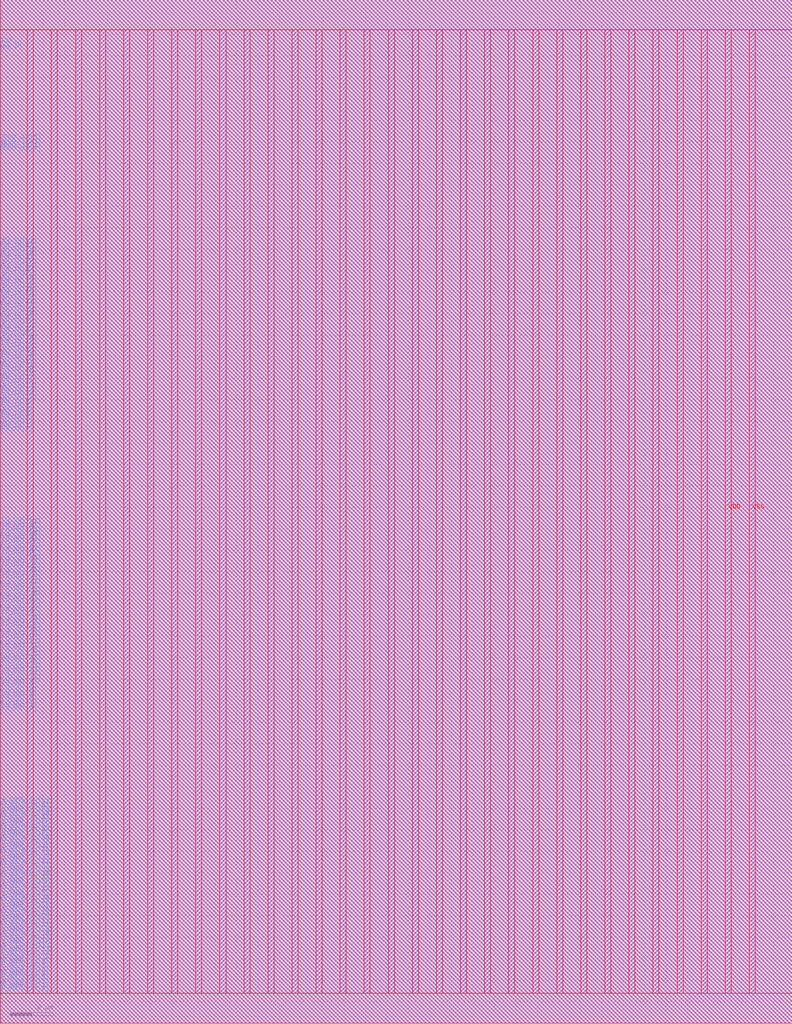
<source format=lef>
VERSION 5.7 ;
BUSBITCHARS "[]" ;
MACRO fakeram45_32x64
  FOREIGN fakeram45_32x64 0 0 ;
  SYMMETRY X Y R90 ;
  SIZE 36.860 BY 47.600 ;
  CLASS BLOCK ;
  PIN w_mask_in[0]
    DIRECTION INPUT ;
    USE SIGNAL ;
    SHAPE ABUTMENT ;
    PORT
      LAYER metal3 ;
      RECT 0.000 1.365 0.070 1.435 ;
    END
  END w_mask_in[0]
  PIN w_mask_in[1]
    DIRECTION INPUT ;
    USE SIGNAL ;
    SHAPE ABUTMENT ;
    PORT
      LAYER metal3 ;
      RECT 0.000 1.505 0.070 1.575 ;
    END
  END w_mask_in[1]
  PIN w_mask_in[2]
    DIRECTION INPUT ;
    USE SIGNAL ;
    SHAPE ABUTMENT ;
    PORT
      LAYER metal3 ;
      RECT 0.000 1.645 0.070 1.715 ;
    END
  END w_mask_in[2]
  PIN w_mask_in[3]
    DIRECTION INPUT ;
    USE SIGNAL ;
    SHAPE ABUTMENT ;
    PORT
      LAYER metal3 ;
      RECT 0.000 1.785 0.070 1.855 ;
    END
  END w_mask_in[3]
  PIN w_mask_in[4]
    DIRECTION INPUT ;
    USE SIGNAL ;
    SHAPE ABUTMENT ;
    PORT
      LAYER metal3 ;
      RECT 0.000 1.925 0.070 1.995 ;
    END
  END w_mask_in[4]
  PIN w_mask_in[5]
    DIRECTION INPUT ;
    USE SIGNAL ;
    SHAPE ABUTMENT ;
    PORT
      LAYER metal3 ;
      RECT 0.000 2.065 0.070 2.135 ;
    END
  END w_mask_in[5]
  PIN w_mask_in[6]
    DIRECTION INPUT ;
    USE SIGNAL ;
    SHAPE ABUTMENT ;
    PORT
      LAYER metal3 ;
      RECT 0.000 2.205 0.070 2.275 ;
    END
  END w_mask_in[6]
  PIN w_mask_in[7]
    DIRECTION INPUT ;
    USE SIGNAL ;
    SHAPE ABUTMENT ;
    PORT
      LAYER metal3 ;
      RECT 0.000 2.345 0.070 2.415 ;
    END
  END w_mask_in[7]
  PIN w_mask_in[8]
    DIRECTION INPUT ;
    USE SIGNAL ;
    SHAPE ABUTMENT ;
    PORT
      LAYER metal3 ;
      RECT 0.000 2.485 0.070 2.555 ;
    END
  END w_mask_in[8]
  PIN w_mask_in[9]
    DIRECTION INPUT ;
    USE SIGNAL ;
    SHAPE ABUTMENT ;
    PORT
      LAYER metal3 ;
      RECT 0.000 2.625 0.070 2.695 ;
    END
  END w_mask_in[9]
  PIN w_mask_in[10]
    DIRECTION INPUT ;
    USE SIGNAL ;
    SHAPE ABUTMENT ;
    PORT
      LAYER metal3 ;
      RECT 0.000 2.765 0.070 2.835 ;
    END
  END w_mask_in[10]
  PIN w_mask_in[11]
    DIRECTION INPUT ;
    USE SIGNAL ;
    SHAPE ABUTMENT ;
    PORT
      LAYER metal3 ;
      RECT 0.000 2.905 0.070 2.975 ;
    END
  END w_mask_in[11]
  PIN w_mask_in[12]
    DIRECTION INPUT ;
    USE SIGNAL ;
    SHAPE ABUTMENT ;
    PORT
      LAYER metal3 ;
      RECT 0.000 3.045 0.070 3.115 ;
    END
  END w_mask_in[12]
  PIN w_mask_in[13]
    DIRECTION INPUT ;
    USE SIGNAL ;
    SHAPE ABUTMENT ;
    PORT
      LAYER metal3 ;
      RECT 0.000 3.185 0.070 3.255 ;
    END
  END w_mask_in[13]
  PIN w_mask_in[14]
    DIRECTION INPUT ;
    USE SIGNAL ;
    SHAPE ABUTMENT ;
    PORT
      LAYER metal3 ;
      RECT 0.000 3.325 0.070 3.395 ;
    END
  END w_mask_in[14]
  PIN w_mask_in[15]
    DIRECTION INPUT ;
    USE SIGNAL ;
    SHAPE ABUTMENT ;
    PORT
      LAYER metal3 ;
      RECT 0.000 3.465 0.070 3.535 ;
    END
  END w_mask_in[15]
  PIN w_mask_in[16]
    DIRECTION INPUT ;
    USE SIGNAL ;
    SHAPE ABUTMENT ;
    PORT
      LAYER metal3 ;
      RECT 0.000 3.605 0.070 3.675 ;
    END
  END w_mask_in[16]
  PIN w_mask_in[17]
    DIRECTION INPUT ;
    USE SIGNAL ;
    SHAPE ABUTMENT ;
    PORT
      LAYER metal3 ;
      RECT 0.000 3.745 0.070 3.815 ;
    END
  END w_mask_in[17]
  PIN w_mask_in[18]
    DIRECTION INPUT ;
    USE SIGNAL ;
    SHAPE ABUTMENT ;
    PORT
      LAYER metal3 ;
      RECT 0.000 3.885 0.070 3.955 ;
    END
  END w_mask_in[18]
  PIN w_mask_in[19]
    DIRECTION INPUT ;
    USE SIGNAL ;
    SHAPE ABUTMENT ;
    PORT
      LAYER metal3 ;
      RECT 0.000 4.025 0.070 4.095 ;
    END
  END w_mask_in[19]
  PIN w_mask_in[20]
    DIRECTION INPUT ;
    USE SIGNAL ;
    SHAPE ABUTMENT ;
    PORT
      LAYER metal3 ;
      RECT 0.000 4.165 0.070 4.235 ;
    END
  END w_mask_in[20]
  PIN w_mask_in[21]
    DIRECTION INPUT ;
    USE SIGNAL ;
    SHAPE ABUTMENT ;
    PORT
      LAYER metal3 ;
      RECT 0.000 4.305 0.070 4.375 ;
    END
  END w_mask_in[21]
  PIN w_mask_in[22]
    DIRECTION INPUT ;
    USE SIGNAL ;
    SHAPE ABUTMENT ;
    PORT
      LAYER metal3 ;
      RECT 0.000 4.445 0.070 4.515 ;
    END
  END w_mask_in[22]
  PIN w_mask_in[23]
    DIRECTION INPUT ;
    USE SIGNAL ;
    SHAPE ABUTMENT ;
    PORT
      LAYER metal3 ;
      RECT 0.000 4.585 0.070 4.655 ;
    END
  END w_mask_in[23]
  PIN w_mask_in[24]
    DIRECTION INPUT ;
    USE SIGNAL ;
    SHAPE ABUTMENT ;
    PORT
      LAYER metal3 ;
      RECT 0.000 4.725 0.070 4.795 ;
    END
  END w_mask_in[24]
  PIN w_mask_in[25]
    DIRECTION INPUT ;
    USE SIGNAL ;
    SHAPE ABUTMENT ;
    PORT
      LAYER metal3 ;
      RECT 0.000 4.865 0.070 4.935 ;
    END
  END w_mask_in[25]
  PIN w_mask_in[26]
    DIRECTION INPUT ;
    USE SIGNAL ;
    SHAPE ABUTMENT ;
    PORT
      LAYER metal3 ;
      RECT 0.000 5.005 0.070 5.075 ;
    END
  END w_mask_in[26]
  PIN w_mask_in[27]
    DIRECTION INPUT ;
    USE SIGNAL ;
    SHAPE ABUTMENT ;
    PORT
      LAYER metal3 ;
      RECT 0.000 5.145 0.070 5.215 ;
    END
  END w_mask_in[27]
  PIN w_mask_in[28]
    DIRECTION INPUT ;
    USE SIGNAL ;
    SHAPE ABUTMENT ;
    PORT
      LAYER metal3 ;
      RECT 0.000 5.285 0.070 5.355 ;
    END
  END w_mask_in[28]
  PIN w_mask_in[29]
    DIRECTION INPUT ;
    USE SIGNAL ;
    SHAPE ABUTMENT ;
    PORT
      LAYER metal3 ;
      RECT 0.000 5.425 0.070 5.495 ;
    END
  END w_mask_in[29]
  PIN w_mask_in[30]
    DIRECTION INPUT ;
    USE SIGNAL ;
    SHAPE ABUTMENT ;
    PORT
      LAYER metal3 ;
      RECT 0.000 5.565 0.070 5.635 ;
    END
  END w_mask_in[30]
  PIN w_mask_in[31]
    DIRECTION INPUT ;
    USE SIGNAL ;
    SHAPE ABUTMENT ;
    PORT
      LAYER metal3 ;
      RECT 0.000 5.705 0.070 5.775 ;
    END
  END w_mask_in[31]
  PIN w_mask_in[32]
    DIRECTION INPUT ;
    USE SIGNAL ;
    SHAPE ABUTMENT ;
    PORT
      LAYER metal3 ;
      RECT 0.000 5.845 0.070 5.915 ;
    END
  END w_mask_in[32]
  PIN w_mask_in[33]
    DIRECTION INPUT ;
    USE SIGNAL ;
    SHAPE ABUTMENT ;
    PORT
      LAYER metal3 ;
      RECT 0.000 5.985 0.070 6.055 ;
    END
  END w_mask_in[33]
  PIN w_mask_in[34]
    DIRECTION INPUT ;
    USE SIGNAL ;
    SHAPE ABUTMENT ;
    PORT
      LAYER metal3 ;
      RECT 0.000 6.125 0.070 6.195 ;
    END
  END w_mask_in[34]
  PIN w_mask_in[35]
    DIRECTION INPUT ;
    USE SIGNAL ;
    SHAPE ABUTMENT ;
    PORT
      LAYER metal3 ;
      RECT 0.000 6.265 0.070 6.335 ;
    END
  END w_mask_in[35]
  PIN w_mask_in[36]
    DIRECTION INPUT ;
    USE SIGNAL ;
    SHAPE ABUTMENT ;
    PORT
      LAYER metal3 ;
      RECT 0.000 6.405 0.070 6.475 ;
    END
  END w_mask_in[36]
  PIN w_mask_in[37]
    DIRECTION INPUT ;
    USE SIGNAL ;
    SHAPE ABUTMENT ;
    PORT
      LAYER metal3 ;
      RECT 0.000 6.545 0.070 6.615 ;
    END
  END w_mask_in[37]
  PIN w_mask_in[38]
    DIRECTION INPUT ;
    USE SIGNAL ;
    SHAPE ABUTMENT ;
    PORT
      LAYER metal3 ;
      RECT 0.000 6.685 0.070 6.755 ;
    END
  END w_mask_in[38]
  PIN w_mask_in[39]
    DIRECTION INPUT ;
    USE SIGNAL ;
    SHAPE ABUTMENT ;
    PORT
      LAYER metal3 ;
      RECT 0.000 6.825 0.070 6.895 ;
    END
  END w_mask_in[39]
  PIN w_mask_in[40]
    DIRECTION INPUT ;
    USE SIGNAL ;
    SHAPE ABUTMENT ;
    PORT
      LAYER metal3 ;
      RECT 0.000 6.965 0.070 7.035 ;
    END
  END w_mask_in[40]
  PIN w_mask_in[41]
    DIRECTION INPUT ;
    USE SIGNAL ;
    SHAPE ABUTMENT ;
    PORT
      LAYER metal3 ;
      RECT 0.000 7.105 0.070 7.175 ;
    END
  END w_mask_in[41]
  PIN w_mask_in[42]
    DIRECTION INPUT ;
    USE SIGNAL ;
    SHAPE ABUTMENT ;
    PORT
      LAYER metal3 ;
      RECT 0.000 7.245 0.070 7.315 ;
    END
  END w_mask_in[42]
  PIN w_mask_in[43]
    DIRECTION INPUT ;
    USE SIGNAL ;
    SHAPE ABUTMENT ;
    PORT
      LAYER metal3 ;
      RECT 0.000 7.385 0.070 7.455 ;
    END
  END w_mask_in[43]
  PIN w_mask_in[44]
    DIRECTION INPUT ;
    USE SIGNAL ;
    SHAPE ABUTMENT ;
    PORT
      LAYER metal3 ;
      RECT 0.000 7.525 0.070 7.595 ;
    END
  END w_mask_in[44]
  PIN w_mask_in[45]
    DIRECTION INPUT ;
    USE SIGNAL ;
    SHAPE ABUTMENT ;
    PORT
      LAYER metal3 ;
      RECT 0.000 7.665 0.070 7.735 ;
    END
  END w_mask_in[45]
  PIN w_mask_in[46]
    DIRECTION INPUT ;
    USE SIGNAL ;
    SHAPE ABUTMENT ;
    PORT
      LAYER metal3 ;
      RECT 0.000 7.805 0.070 7.875 ;
    END
  END w_mask_in[46]
  PIN w_mask_in[47]
    DIRECTION INPUT ;
    USE SIGNAL ;
    SHAPE ABUTMENT ;
    PORT
      LAYER metal3 ;
      RECT 0.000 7.945 0.070 8.015 ;
    END
  END w_mask_in[47]
  PIN w_mask_in[48]
    DIRECTION INPUT ;
    USE SIGNAL ;
    SHAPE ABUTMENT ;
    PORT
      LAYER metal3 ;
      RECT 0.000 8.085 0.070 8.155 ;
    END
  END w_mask_in[48]
  PIN w_mask_in[49]
    DIRECTION INPUT ;
    USE SIGNAL ;
    SHAPE ABUTMENT ;
    PORT
      LAYER metal3 ;
      RECT 0.000 8.225 0.070 8.295 ;
    END
  END w_mask_in[49]
  PIN w_mask_in[50]
    DIRECTION INPUT ;
    USE SIGNAL ;
    SHAPE ABUTMENT ;
    PORT
      LAYER metal3 ;
      RECT 0.000 8.365 0.070 8.435 ;
    END
  END w_mask_in[50]
  PIN w_mask_in[51]
    DIRECTION INPUT ;
    USE SIGNAL ;
    SHAPE ABUTMENT ;
    PORT
      LAYER metal3 ;
      RECT 0.000 8.505 0.070 8.575 ;
    END
  END w_mask_in[51]
  PIN w_mask_in[52]
    DIRECTION INPUT ;
    USE SIGNAL ;
    SHAPE ABUTMENT ;
    PORT
      LAYER metal3 ;
      RECT 0.000 8.645 0.070 8.715 ;
    END
  END w_mask_in[52]
  PIN w_mask_in[53]
    DIRECTION INPUT ;
    USE SIGNAL ;
    SHAPE ABUTMENT ;
    PORT
      LAYER metal3 ;
      RECT 0.000 8.785 0.070 8.855 ;
    END
  END w_mask_in[53]
  PIN w_mask_in[54]
    DIRECTION INPUT ;
    USE SIGNAL ;
    SHAPE ABUTMENT ;
    PORT
      LAYER metal3 ;
      RECT 0.000 8.925 0.070 8.995 ;
    END
  END w_mask_in[54]
  PIN w_mask_in[55]
    DIRECTION INPUT ;
    USE SIGNAL ;
    SHAPE ABUTMENT ;
    PORT
      LAYER metal3 ;
      RECT 0.000 9.065 0.070 9.135 ;
    END
  END w_mask_in[55]
  PIN w_mask_in[56]
    DIRECTION INPUT ;
    USE SIGNAL ;
    SHAPE ABUTMENT ;
    PORT
      LAYER metal3 ;
      RECT 0.000 9.205 0.070 9.275 ;
    END
  END w_mask_in[56]
  PIN w_mask_in[57]
    DIRECTION INPUT ;
    USE SIGNAL ;
    SHAPE ABUTMENT ;
    PORT
      LAYER metal3 ;
      RECT 0.000 9.345 0.070 9.415 ;
    END
  END w_mask_in[57]
  PIN w_mask_in[58]
    DIRECTION INPUT ;
    USE SIGNAL ;
    SHAPE ABUTMENT ;
    PORT
      LAYER metal3 ;
      RECT 0.000 9.485 0.070 9.555 ;
    END
  END w_mask_in[58]
  PIN w_mask_in[59]
    DIRECTION INPUT ;
    USE SIGNAL ;
    SHAPE ABUTMENT ;
    PORT
      LAYER metal3 ;
      RECT 0.000 9.625 0.070 9.695 ;
    END
  END w_mask_in[59]
  PIN w_mask_in[60]
    DIRECTION INPUT ;
    USE SIGNAL ;
    SHAPE ABUTMENT ;
    PORT
      LAYER metal3 ;
      RECT 0.000 9.765 0.070 9.835 ;
    END
  END w_mask_in[60]
  PIN w_mask_in[61]
    DIRECTION INPUT ;
    USE SIGNAL ;
    SHAPE ABUTMENT ;
    PORT
      LAYER metal3 ;
      RECT 0.000 9.905 0.070 9.975 ;
    END
  END w_mask_in[61]
  PIN w_mask_in[62]
    DIRECTION INPUT ;
    USE SIGNAL ;
    SHAPE ABUTMENT ;
    PORT
      LAYER metal3 ;
      RECT 0.000 10.045 0.070 10.115 ;
    END
  END w_mask_in[62]
  PIN w_mask_in[63]
    DIRECTION INPUT ;
    USE SIGNAL ;
    SHAPE ABUTMENT ;
    PORT
      LAYER metal3 ;
      RECT 0.000 10.185 0.070 10.255 ;
    END
  END w_mask_in[63]
  PIN rd_out[0]
    DIRECTION OUTPUT ;
    USE SIGNAL ;
    SHAPE ABUTMENT ;
    PORT
      LAYER metal3 ;
      RECT 0.000 14.385 0.070 14.455 ;
    END
  END rd_out[0]
  PIN rd_out[1]
    DIRECTION OUTPUT ;
    USE SIGNAL ;
    SHAPE ABUTMENT ;
    PORT
      LAYER metal3 ;
      RECT 0.000 14.525 0.070 14.595 ;
    END
  END rd_out[1]
  PIN rd_out[2]
    DIRECTION OUTPUT ;
    USE SIGNAL ;
    SHAPE ABUTMENT ;
    PORT
      LAYER metal3 ;
      RECT 0.000 14.665 0.070 14.735 ;
    END
  END rd_out[2]
  PIN rd_out[3]
    DIRECTION OUTPUT ;
    USE SIGNAL ;
    SHAPE ABUTMENT ;
    PORT
      LAYER metal3 ;
      RECT 0.000 14.805 0.070 14.875 ;
    END
  END rd_out[3]
  PIN rd_out[4]
    DIRECTION OUTPUT ;
    USE SIGNAL ;
    SHAPE ABUTMENT ;
    PORT
      LAYER metal3 ;
      RECT 0.000 14.945 0.070 15.015 ;
    END
  END rd_out[4]
  PIN rd_out[5]
    DIRECTION OUTPUT ;
    USE SIGNAL ;
    SHAPE ABUTMENT ;
    PORT
      LAYER metal3 ;
      RECT 0.000 15.085 0.070 15.155 ;
    END
  END rd_out[5]
  PIN rd_out[6]
    DIRECTION OUTPUT ;
    USE SIGNAL ;
    SHAPE ABUTMENT ;
    PORT
      LAYER metal3 ;
      RECT 0.000 15.225 0.070 15.295 ;
    END
  END rd_out[6]
  PIN rd_out[7]
    DIRECTION OUTPUT ;
    USE SIGNAL ;
    SHAPE ABUTMENT ;
    PORT
      LAYER metal3 ;
      RECT 0.000 15.365 0.070 15.435 ;
    END
  END rd_out[7]
  PIN rd_out[8]
    DIRECTION OUTPUT ;
    USE SIGNAL ;
    SHAPE ABUTMENT ;
    PORT
      LAYER metal3 ;
      RECT 0.000 15.505 0.070 15.575 ;
    END
  END rd_out[8]
  PIN rd_out[9]
    DIRECTION OUTPUT ;
    USE SIGNAL ;
    SHAPE ABUTMENT ;
    PORT
      LAYER metal3 ;
      RECT 0.000 15.645 0.070 15.715 ;
    END
  END rd_out[9]
  PIN rd_out[10]
    DIRECTION OUTPUT ;
    USE SIGNAL ;
    SHAPE ABUTMENT ;
    PORT
      LAYER metal3 ;
      RECT 0.000 15.785 0.070 15.855 ;
    END
  END rd_out[10]
  PIN rd_out[11]
    DIRECTION OUTPUT ;
    USE SIGNAL ;
    SHAPE ABUTMENT ;
    PORT
      LAYER metal3 ;
      RECT 0.000 15.925 0.070 15.995 ;
    END
  END rd_out[11]
  PIN rd_out[12]
    DIRECTION OUTPUT ;
    USE SIGNAL ;
    SHAPE ABUTMENT ;
    PORT
      LAYER metal3 ;
      RECT 0.000 16.065 0.070 16.135 ;
    END
  END rd_out[12]
  PIN rd_out[13]
    DIRECTION OUTPUT ;
    USE SIGNAL ;
    SHAPE ABUTMENT ;
    PORT
      LAYER metal3 ;
      RECT 0.000 16.205 0.070 16.275 ;
    END
  END rd_out[13]
  PIN rd_out[14]
    DIRECTION OUTPUT ;
    USE SIGNAL ;
    SHAPE ABUTMENT ;
    PORT
      LAYER metal3 ;
      RECT 0.000 16.345 0.070 16.415 ;
    END
  END rd_out[14]
  PIN rd_out[15]
    DIRECTION OUTPUT ;
    USE SIGNAL ;
    SHAPE ABUTMENT ;
    PORT
      LAYER metal3 ;
      RECT 0.000 16.485 0.070 16.555 ;
    END
  END rd_out[15]
  PIN rd_out[16]
    DIRECTION OUTPUT ;
    USE SIGNAL ;
    SHAPE ABUTMENT ;
    PORT
      LAYER metal3 ;
      RECT 0.000 16.625 0.070 16.695 ;
    END
  END rd_out[16]
  PIN rd_out[17]
    DIRECTION OUTPUT ;
    USE SIGNAL ;
    SHAPE ABUTMENT ;
    PORT
      LAYER metal3 ;
      RECT 0.000 16.765 0.070 16.835 ;
    END
  END rd_out[17]
  PIN rd_out[18]
    DIRECTION OUTPUT ;
    USE SIGNAL ;
    SHAPE ABUTMENT ;
    PORT
      LAYER metal3 ;
      RECT 0.000 16.905 0.070 16.975 ;
    END
  END rd_out[18]
  PIN rd_out[19]
    DIRECTION OUTPUT ;
    USE SIGNAL ;
    SHAPE ABUTMENT ;
    PORT
      LAYER metal3 ;
      RECT 0.000 17.045 0.070 17.115 ;
    END
  END rd_out[19]
  PIN rd_out[20]
    DIRECTION OUTPUT ;
    USE SIGNAL ;
    SHAPE ABUTMENT ;
    PORT
      LAYER metal3 ;
      RECT 0.000 17.185 0.070 17.255 ;
    END
  END rd_out[20]
  PIN rd_out[21]
    DIRECTION OUTPUT ;
    USE SIGNAL ;
    SHAPE ABUTMENT ;
    PORT
      LAYER metal3 ;
      RECT 0.000 17.325 0.070 17.395 ;
    END
  END rd_out[21]
  PIN rd_out[22]
    DIRECTION OUTPUT ;
    USE SIGNAL ;
    SHAPE ABUTMENT ;
    PORT
      LAYER metal3 ;
      RECT 0.000 17.465 0.070 17.535 ;
    END
  END rd_out[22]
  PIN rd_out[23]
    DIRECTION OUTPUT ;
    USE SIGNAL ;
    SHAPE ABUTMENT ;
    PORT
      LAYER metal3 ;
      RECT 0.000 17.605 0.070 17.675 ;
    END
  END rd_out[23]
  PIN rd_out[24]
    DIRECTION OUTPUT ;
    USE SIGNAL ;
    SHAPE ABUTMENT ;
    PORT
      LAYER metal3 ;
      RECT 0.000 17.745 0.070 17.815 ;
    END
  END rd_out[24]
  PIN rd_out[25]
    DIRECTION OUTPUT ;
    USE SIGNAL ;
    SHAPE ABUTMENT ;
    PORT
      LAYER metal3 ;
      RECT 0.000 17.885 0.070 17.955 ;
    END
  END rd_out[25]
  PIN rd_out[26]
    DIRECTION OUTPUT ;
    USE SIGNAL ;
    SHAPE ABUTMENT ;
    PORT
      LAYER metal3 ;
      RECT 0.000 18.025 0.070 18.095 ;
    END
  END rd_out[26]
  PIN rd_out[27]
    DIRECTION OUTPUT ;
    USE SIGNAL ;
    SHAPE ABUTMENT ;
    PORT
      LAYER metal3 ;
      RECT 0.000 18.165 0.070 18.235 ;
    END
  END rd_out[27]
  PIN rd_out[28]
    DIRECTION OUTPUT ;
    USE SIGNAL ;
    SHAPE ABUTMENT ;
    PORT
      LAYER metal3 ;
      RECT 0.000 18.305 0.070 18.375 ;
    END
  END rd_out[28]
  PIN rd_out[29]
    DIRECTION OUTPUT ;
    USE SIGNAL ;
    SHAPE ABUTMENT ;
    PORT
      LAYER metal3 ;
      RECT 0.000 18.445 0.070 18.515 ;
    END
  END rd_out[29]
  PIN rd_out[30]
    DIRECTION OUTPUT ;
    USE SIGNAL ;
    SHAPE ABUTMENT ;
    PORT
      LAYER metal3 ;
      RECT 0.000 18.585 0.070 18.655 ;
    END
  END rd_out[30]
  PIN rd_out[31]
    DIRECTION OUTPUT ;
    USE SIGNAL ;
    SHAPE ABUTMENT ;
    PORT
      LAYER metal3 ;
      RECT 0.000 18.725 0.070 18.795 ;
    END
  END rd_out[31]
  PIN rd_out[32]
    DIRECTION OUTPUT ;
    USE SIGNAL ;
    SHAPE ABUTMENT ;
    PORT
      LAYER metal3 ;
      RECT 0.000 18.865 0.070 18.935 ;
    END
  END rd_out[32]
  PIN rd_out[33]
    DIRECTION OUTPUT ;
    USE SIGNAL ;
    SHAPE ABUTMENT ;
    PORT
      LAYER metal3 ;
      RECT 0.000 19.005 0.070 19.075 ;
    END
  END rd_out[33]
  PIN rd_out[34]
    DIRECTION OUTPUT ;
    USE SIGNAL ;
    SHAPE ABUTMENT ;
    PORT
      LAYER metal3 ;
      RECT 0.000 19.145 0.070 19.215 ;
    END
  END rd_out[34]
  PIN rd_out[35]
    DIRECTION OUTPUT ;
    USE SIGNAL ;
    SHAPE ABUTMENT ;
    PORT
      LAYER metal3 ;
      RECT 0.000 19.285 0.070 19.355 ;
    END
  END rd_out[35]
  PIN rd_out[36]
    DIRECTION OUTPUT ;
    USE SIGNAL ;
    SHAPE ABUTMENT ;
    PORT
      LAYER metal3 ;
      RECT 0.000 19.425 0.070 19.495 ;
    END
  END rd_out[36]
  PIN rd_out[37]
    DIRECTION OUTPUT ;
    USE SIGNAL ;
    SHAPE ABUTMENT ;
    PORT
      LAYER metal3 ;
      RECT 0.000 19.565 0.070 19.635 ;
    END
  END rd_out[37]
  PIN rd_out[38]
    DIRECTION OUTPUT ;
    USE SIGNAL ;
    SHAPE ABUTMENT ;
    PORT
      LAYER metal3 ;
      RECT 0.000 19.705 0.070 19.775 ;
    END
  END rd_out[38]
  PIN rd_out[39]
    DIRECTION OUTPUT ;
    USE SIGNAL ;
    SHAPE ABUTMENT ;
    PORT
      LAYER metal3 ;
      RECT 0.000 19.845 0.070 19.915 ;
    END
  END rd_out[39]
  PIN rd_out[40]
    DIRECTION OUTPUT ;
    USE SIGNAL ;
    SHAPE ABUTMENT ;
    PORT
      LAYER metal3 ;
      RECT 0.000 19.985 0.070 20.055 ;
    END
  END rd_out[40]
  PIN rd_out[41]
    DIRECTION OUTPUT ;
    USE SIGNAL ;
    SHAPE ABUTMENT ;
    PORT
      LAYER metal3 ;
      RECT 0.000 20.125 0.070 20.195 ;
    END
  END rd_out[41]
  PIN rd_out[42]
    DIRECTION OUTPUT ;
    USE SIGNAL ;
    SHAPE ABUTMENT ;
    PORT
      LAYER metal3 ;
      RECT 0.000 20.265 0.070 20.335 ;
    END
  END rd_out[42]
  PIN rd_out[43]
    DIRECTION OUTPUT ;
    USE SIGNAL ;
    SHAPE ABUTMENT ;
    PORT
      LAYER metal3 ;
      RECT 0.000 20.405 0.070 20.475 ;
    END
  END rd_out[43]
  PIN rd_out[44]
    DIRECTION OUTPUT ;
    USE SIGNAL ;
    SHAPE ABUTMENT ;
    PORT
      LAYER metal3 ;
      RECT 0.000 20.545 0.070 20.615 ;
    END
  END rd_out[44]
  PIN rd_out[45]
    DIRECTION OUTPUT ;
    USE SIGNAL ;
    SHAPE ABUTMENT ;
    PORT
      LAYER metal3 ;
      RECT 0.000 20.685 0.070 20.755 ;
    END
  END rd_out[45]
  PIN rd_out[46]
    DIRECTION OUTPUT ;
    USE SIGNAL ;
    SHAPE ABUTMENT ;
    PORT
      LAYER metal3 ;
      RECT 0.000 20.825 0.070 20.895 ;
    END
  END rd_out[46]
  PIN rd_out[47]
    DIRECTION OUTPUT ;
    USE SIGNAL ;
    SHAPE ABUTMENT ;
    PORT
      LAYER metal3 ;
      RECT 0.000 20.965 0.070 21.035 ;
    END
  END rd_out[47]
  PIN rd_out[48]
    DIRECTION OUTPUT ;
    USE SIGNAL ;
    SHAPE ABUTMENT ;
    PORT
      LAYER metal3 ;
      RECT 0.000 21.105 0.070 21.175 ;
    END
  END rd_out[48]
  PIN rd_out[49]
    DIRECTION OUTPUT ;
    USE SIGNAL ;
    SHAPE ABUTMENT ;
    PORT
      LAYER metal3 ;
      RECT 0.000 21.245 0.070 21.315 ;
    END
  END rd_out[49]
  PIN rd_out[50]
    DIRECTION OUTPUT ;
    USE SIGNAL ;
    SHAPE ABUTMENT ;
    PORT
      LAYER metal3 ;
      RECT 0.000 21.385 0.070 21.455 ;
    END
  END rd_out[50]
  PIN rd_out[51]
    DIRECTION OUTPUT ;
    USE SIGNAL ;
    SHAPE ABUTMENT ;
    PORT
      LAYER metal3 ;
      RECT 0.000 21.525 0.070 21.595 ;
    END
  END rd_out[51]
  PIN rd_out[52]
    DIRECTION OUTPUT ;
    USE SIGNAL ;
    SHAPE ABUTMENT ;
    PORT
      LAYER metal3 ;
      RECT 0.000 21.665 0.070 21.735 ;
    END
  END rd_out[52]
  PIN rd_out[53]
    DIRECTION OUTPUT ;
    USE SIGNAL ;
    SHAPE ABUTMENT ;
    PORT
      LAYER metal3 ;
      RECT 0.000 21.805 0.070 21.875 ;
    END
  END rd_out[53]
  PIN rd_out[54]
    DIRECTION OUTPUT ;
    USE SIGNAL ;
    SHAPE ABUTMENT ;
    PORT
      LAYER metal3 ;
      RECT 0.000 21.945 0.070 22.015 ;
    END
  END rd_out[54]
  PIN rd_out[55]
    DIRECTION OUTPUT ;
    USE SIGNAL ;
    SHAPE ABUTMENT ;
    PORT
      LAYER metal3 ;
      RECT 0.000 22.085 0.070 22.155 ;
    END
  END rd_out[55]
  PIN rd_out[56]
    DIRECTION OUTPUT ;
    USE SIGNAL ;
    SHAPE ABUTMENT ;
    PORT
      LAYER metal3 ;
      RECT 0.000 22.225 0.070 22.295 ;
    END
  END rd_out[56]
  PIN rd_out[57]
    DIRECTION OUTPUT ;
    USE SIGNAL ;
    SHAPE ABUTMENT ;
    PORT
      LAYER metal3 ;
      RECT 0.000 22.365 0.070 22.435 ;
    END
  END rd_out[57]
  PIN rd_out[58]
    DIRECTION OUTPUT ;
    USE SIGNAL ;
    SHAPE ABUTMENT ;
    PORT
      LAYER metal3 ;
      RECT 0.000 22.505 0.070 22.575 ;
    END
  END rd_out[58]
  PIN rd_out[59]
    DIRECTION OUTPUT ;
    USE SIGNAL ;
    SHAPE ABUTMENT ;
    PORT
      LAYER metal3 ;
      RECT 0.000 22.645 0.070 22.715 ;
    END
  END rd_out[59]
  PIN rd_out[60]
    DIRECTION OUTPUT ;
    USE SIGNAL ;
    SHAPE ABUTMENT ;
    PORT
      LAYER metal3 ;
      RECT 0.000 22.785 0.070 22.855 ;
    END
  END rd_out[60]
  PIN rd_out[61]
    DIRECTION OUTPUT ;
    USE SIGNAL ;
    SHAPE ABUTMENT ;
    PORT
      LAYER metal3 ;
      RECT 0.000 22.925 0.070 22.995 ;
    END
  END rd_out[61]
  PIN rd_out[62]
    DIRECTION OUTPUT ;
    USE SIGNAL ;
    SHAPE ABUTMENT ;
    PORT
      LAYER metal3 ;
      RECT 0.000 23.065 0.070 23.135 ;
    END
  END rd_out[62]
  PIN rd_out[63]
    DIRECTION OUTPUT ;
    USE SIGNAL ;
    SHAPE ABUTMENT ;
    PORT
      LAYER metal3 ;
      RECT 0.000 23.205 0.070 23.275 ;
    END
  END rd_out[63]
  PIN wd_in[0]
    DIRECTION INPUT ;
    USE SIGNAL ;
    SHAPE ABUTMENT ;
    PORT
      LAYER metal3 ;
      RECT 0.000 27.405 0.070 27.475 ;
    END
  END wd_in[0]
  PIN wd_in[1]
    DIRECTION INPUT ;
    USE SIGNAL ;
    SHAPE ABUTMENT ;
    PORT
      LAYER metal3 ;
      RECT 0.000 27.545 0.070 27.615 ;
    END
  END wd_in[1]
  PIN wd_in[2]
    DIRECTION INPUT ;
    USE SIGNAL ;
    SHAPE ABUTMENT ;
    PORT
      LAYER metal3 ;
      RECT 0.000 27.685 0.070 27.755 ;
    END
  END wd_in[2]
  PIN wd_in[3]
    DIRECTION INPUT ;
    USE SIGNAL ;
    SHAPE ABUTMENT ;
    PORT
      LAYER metal3 ;
      RECT 0.000 27.825 0.070 27.895 ;
    END
  END wd_in[3]
  PIN wd_in[4]
    DIRECTION INPUT ;
    USE SIGNAL ;
    SHAPE ABUTMENT ;
    PORT
      LAYER metal3 ;
      RECT 0.000 27.965 0.070 28.035 ;
    END
  END wd_in[4]
  PIN wd_in[5]
    DIRECTION INPUT ;
    USE SIGNAL ;
    SHAPE ABUTMENT ;
    PORT
      LAYER metal3 ;
      RECT 0.000 28.105 0.070 28.175 ;
    END
  END wd_in[5]
  PIN wd_in[6]
    DIRECTION INPUT ;
    USE SIGNAL ;
    SHAPE ABUTMENT ;
    PORT
      LAYER metal3 ;
      RECT 0.000 28.245 0.070 28.315 ;
    END
  END wd_in[6]
  PIN wd_in[7]
    DIRECTION INPUT ;
    USE SIGNAL ;
    SHAPE ABUTMENT ;
    PORT
      LAYER metal3 ;
      RECT 0.000 28.385 0.070 28.455 ;
    END
  END wd_in[7]
  PIN wd_in[8]
    DIRECTION INPUT ;
    USE SIGNAL ;
    SHAPE ABUTMENT ;
    PORT
      LAYER metal3 ;
      RECT 0.000 28.525 0.070 28.595 ;
    END
  END wd_in[8]
  PIN wd_in[9]
    DIRECTION INPUT ;
    USE SIGNAL ;
    SHAPE ABUTMENT ;
    PORT
      LAYER metal3 ;
      RECT 0.000 28.665 0.070 28.735 ;
    END
  END wd_in[9]
  PIN wd_in[10]
    DIRECTION INPUT ;
    USE SIGNAL ;
    SHAPE ABUTMENT ;
    PORT
      LAYER metal3 ;
      RECT 0.000 28.805 0.070 28.875 ;
    END
  END wd_in[10]
  PIN wd_in[11]
    DIRECTION INPUT ;
    USE SIGNAL ;
    SHAPE ABUTMENT ;
    PORT
      LAYER metal3 ;
      RECT 0.000 28.945 0.070 29.015 ;
    END
  END wd_in[11]
  PIN wd_in[12]
    DIRECTION INPUT ;
    USE SIGNAL ;
    SHAPE ABUTMENT ;
    PORT
      LAYER metal3 ;
      RECT 0.000 29.085 0.070 29.155 ;
    END
  END wd_in[12]
  PIN wd_in[13]
    DIRECTION INPUT ;
    USE SIGNAL ;
    SHAPE ABUTMENT ;
    PORT
      LAYER metal3 ;
      RECT 0.000 29.225 0.070 29.295 ;
    END
  END wd_in[13]
  PIN wd_in[14]
    DIRECTION INPUT ;
    USE SIGNAL ;
    SHAPE ABUTMENT ;
    PORT
      LAYER metal3 ;
      RECT 0.000 29.365 0.070 29.435 ;
    END
  END wd_in[14]
  PIN wd_in[15]
    DIRECTION INPUT ;
    USE SIGNAL ;
    SHAPE ABUTMENT ;
    PORT
      LAYER metal3 ;
      RECT 0.000 29.505 0.070 29.575 ;
    END
  END wd_in[15]
  PIN wd_in[16]
    DIRECTION INPUT ;
    USE SIGNAL ;
    SHAPE ABUTMENT ;
    PORT
      LAYER metal3 ;
      RECT 0.000 29.645 0.070 29.715 ;
    END
  END wd_in[16]
  PIN wd_in[17]
    DIRECTION INPUT ;
    USE SIGNAL ;
    SHAPE ABUTMENT ;
    PORT
      LAYER metal3 ;
      RECT 0.000 29.785 0.070 29.855 ;
    END
  END wd_in[17]
  PIN wd_in[18]
    DIRECTION INPUT ;
    USE SIGNAL ;
    SHAPE ABUTMENT ;
    PORT
      LAYER metal3 ;
      RECT 0.000 29.925 0.070 29.995 ;
    END
  END wd_in[18]
  PIN wd_in[19]
    DIRECTION INPUT ;
    USE SIGNAL ;
    SHAPE ABUTMENT ;
    PORT
      LAYER metal3 ;
      RECT 0.000 30.065 0.070 30.135 ;
    END
  END wd_in[19]
  PIN wd_in[20]
    DIRECTION INPUT ;
    USE SIGNAL ;
    SHAPE ABUTMENT ;
    PORT
      LAYER metal3 ;
      RECT 0.000 30.205 0.070 30.275 ;
    END
  END wd_in[20]
  PIN wd_in[21]
    DIRECTION INPUT ;
    USE SIGNAL ;
    SHAPE ABUTMENT ;
    PORT
      LAYER metal3 ;
      RECT 0.000 30.345 0.070 30.415 ;
    END
  END wd_in[21]
  PIN wd_in[22]
    DIRECTION INPUT ;
    USE SIGNAL ;
    SHAPE ABUTMENT ;
    PORT
      LAYER metal3 ;
      RECT 0.000 30.485 0.070 30.555 ;
    END
  END wd_in[22]
  PIN wd_in[23]
    DIRECTION INPUT ;
    USE SIGNAL ;
    SHAPE ABUTMENT ;
    PORT
      LAYER metal3 ;
      RECT 0.000 30.625 0.070 30.695 ;
    END
  END wd_in[23]
  PIN wd_in[24]
    DIRECTION INPUT ;
    USE SIGNAL ;
    SHAPE ABUTMENT ;
    PORT
      LAYER metal3 ;
      RECT 0.000 30.765 0.070 30.835 ;
    END
  END wd_in[24]
  PIN wd_in[25]
    DIRECTION INPUT ;
    USE SIGNAL ;
    SHAPE ABUTMENT ;
    PORT
      LAYER metal3 ;
      RECT 0.000 30.905 0.070 30.975 ;
    END
  END wd_in[25]
  PIN wd_in[26]
    DIRECTION INPUT ;
    USE SIGNAL ;
    SHAPE ABUTMENT ;
    PORT
      LAYER metal3 ;
      RECT 0.000 31.045 0.070 31.115 ;
    END
  END wd_in[26]
  PIN wd_in[27]
    DIRECTION INPUT ;
    USE SIGNAL ;
    SHAPE ABUTMENT ;
    PORT
      LAYER metal3 ;
      RECT 0.000 31.185 0.070 31.255 ;
    END
  END wd_in[27]
  PIN wd_in[28]
    DIRECTION INPUT ;
    USE SIGNAL ;
    SHAPE ABUTMENT ;
    PORT
      LAYER metal3 ;
      RECT 0.000 31.325 0.070 31.395 ;
    END
  END wd_in[28]
  PIN wd_in[29]
    DIRECTION INPUT ;
    USE SIGNAL ;
    SHAPE ABUTMENT ;
    PORT
      LAYER metal3 ;
      RECT 0.000 31.465 0.070 31.535 ;
    END
  END wd_in[29]
  PIN wd_in[30]
    DIRECTION INPUT ;
    USE SIGNAL ;
    SHAPE ABUTMENT ;
    PORT
      LAYER metal3 ;
      RECT 0.000 31.605 0.070 31.675 ;
    END
  END wd_in[30]
  PIN wd_in[31]
    DIRECTION INPUT ;
    USE SIGNAL ;
    SHAPE ABUTMENT ;
    PORT
      LAYER metal3 ;
      RECT 0.000 31.745 0.070 31.815 ;
    END
  END wd_in[31]
  PIN wd_in[32]
    DIRECTION INPUT ;
    USE SIGNAL ;
    SHAPE ABUTMENT ;
    PORT
      LAYER metal3 ;
      RECT 0.000 31.885 0.070 31.955 ;
    END
  END wd_in[32]
  PIN wd_in[33]
    DIRECTION INPUT ;
    USE SIGNAL ;
    SHAPE ABUTMENT ;
    PORT
      LAYER metal3 ;
      RECT 0.000 32.025 0.070 32.095 ;
    END
  END wd_in[33]
  PIN wd_in[34]
    DIRECTION INPUT ;
    USE SIGNAL ;
    SHAPE ABUTMENT ;
    PORT
      LAYER metal3 ;
      RECT 0.000 32.165 0.070 32.235 ;
    END
  END wd_in[34]
  PIN wd_in[35]
    DIRECTION INPUT ;
    USE SIGNAL ;
    SHAPE ABUTMENT ;
    PORT
      LAYER metal3 ;
      RECT 0.000 32.305 0.070 32.375 ;
    END
  END wd_in[35]
  PIN wd_in[36]
    DIRECTION INPUT ;
    USE SIGNAL ;
    SHAPE ABUTMENT ;
    PORT
      LAYER metal3 ;
      RECT 0.000 32.445 0.070 32.515 ;
    END
  END wd_in[36]
  PIN wd_in[37]
    DIRECTION INPUT ;
    USE SIGNAL ;
    SHAPE ABUTMENT ;
    PORT
      LAYER metal3 ;
      RECT 0.000 32.585 0.070 32.655 ;
    END
  END wd_in[37]
  PIN wd_in[38]
    DIRECTION INPUT ;
    USE SIGNAL ;
    SHAPE ABUTMENT ;
    PORT
      LAYER metal3 ;
      RECT 0.000 32.725 0.070 32.795 ;
    END
  END wd_in[38]
  PIN wd_in[39]
    DIRECTION INPUT ;
    USE SIGNAL ;
    SHAPE ABUTMENT ;
    PORT
      LAYER metal3 ;
      RECT 0.000 32.865 0.070 32.935 ;
    END
  END wd_in[39]
  PIN wd_in[40]
    DIRECTION INPUT ;
    USE SIGNAL ;
    SHAPE ABUTMENT ;
    PORT
      LAYER metal3 ;
      RECT 0.000 33.005 0.070 33.075 ;
    END
  END wd_in[40]
  PIN wd_in[41]
    DIRECTION INPUT ;
    USE SIGNAL ;
    SHAPE ABUTMENT ;
    PORT
      LAYER metal3 ;
      RECT 0.000 33.145 0.070 33.215 ;
    END
  END wd_in[41]
  PIN wd_in[42]
    DIRECTION INPUT ;
    USE SIGNAL ;
    SHAPE ABUTMENT ;
    PORT
      LAYER metal3 ;
      RECT 0.000 33.285 0.070 33.355 ;
    END
  END wd_in[42]
  PIN wd_in[43]
    DIRECTION INPUT ;
    USE SIGNAL ;
    SHAPE ABUTMENT ;
    PORT
      LAYER metal3 ;
      RECT 0.000 33.425 0.070 33.495 ;
    END
  END wd_in[43]
  PIN wd_in[44]
    DIRECTION INPUT ;
    USE SIGNAL ;
    SHAPE ABUTMENT ;
    PORT
      LAYER metal3 ;
      RECT 0.000 33.565 0.070 33.635 ;
    END
  END wd_in[44]
  PIN wd_in[45]
    DIRECTION INPUT ;
    USE SIGNAL ;
    SHAPE ABUTMENT ;
    PORT
      LAYER metal3 ;
      RECT 0.000 33.705 0.070 33.775 ;
    END
  END wd_in[45]
  PIN wd_in[46]
    DIRECTION INPUT ;
    USE SIGNAL ;
    SHAPE ABUTMENT ;
    PORT
      LAYER metal3 ;
      RECT 0.000 33.845 0.070 33.915 ;
    END
  END wd_in[46]
  PIN wd_in[47]
    DIRECTION INPUT ;
    USE SIGNAL ;
    SHAPE ABUTMENT ;
    PORT
      LAYER metal3 ;
      RECT 0.000 33.985 0.070 34.055 ;
    END
  END wd_in[47]
  PIN wd_in[48]
    DIRECTION INPUT ;
    USE SIGNAL ;
    SHAPE ABUTMENT ;
    PORT
      LAYER metal3 ;
      RECT 0.000 34.125 0.070 34.195 ;
    END
  END wd_in[48]
  PIN wd_in[49]
    DIRECTION INPUT ;
    USE SIGNAL ;
    SHAPE ABUTMENT ;
    PORT
      LAYER metal3 ;
      RECT 0.000 34.265 0.070 34.335 ;
    END
  END wd_in[49]
  PIN wd_in[50]
    DIRECTION INPUT ;
    USE SIGNAL ;
    SHAPE ABUTMENT ;
    PORT
      LAYER metal3 ;
      RECT 0.000 34.405 0.070 34.475 ;
    END
  END wd_in[50]
  PIN wd_in[51]
    DIRECTION INPUT ;
    USE SIGNAL ;
    SHAPE ABUTMENT ;
    PORT
      LAYER metal3 ;
      RECT 0.000 34.545 0.070 34.615 ;
    END
  END wd_in[51]
  PIN wd_in[52]
    DIRECTION INPUT ;
    USE SIGNAL ;
    SHAPE ABUTMENT ;
    PORT
      LAYER metal3 ;
      RECT 0.000 34.685 0.070 34.755 ;
    END
  END wd_in[52]
  PIN wd_in[53]
    DIRECTION INPUT ;
    USE SIGNAL ;
    SHAPE ABUTMENT ;
    PORT
      LAYER metal3 ;
      RECT 0.000 34.825 0.070 34.895 ;
    END
  END wd_in[53]
  PIN wd_in[54]
    DIRECTION INPUT ;
    USE SIGNAL ;
    SHAPE ABUTMENT ;
    PORT
      LAYER metal3 ;
      RECT 0.000 34.965 0.070 35.035 ;
    END
  END wd_in[54]
  PIN wd_in[55]
    DIRECTION INPUT ;
    USE SIGNAL ;
    SHAPE ABUTMENT ;
    PORT
      LAYER metal3 ;
      RECT 0.000 35.105 0.070 35.175 ;
    END
  END wd_in[55]
  PIN wd_in[56]
    DIRECTION INPUT ;
    USE SIGNAL ;
    SHAPE ABUTMENT ;
    PORT
      LAYER metal3 ;
      RECT 0.000 35.245 0.070 35.315 ;
    END
  END wd_in[56]
  PIN wd_in[57]
    DIRECTION INPUT ;
    USE SIGNAL ;
    SHAPE ABUTMENT ;
    PORT
      LAYER metal3 ;
      RECT 0.000 35.385 0.070 35.455 ;
    END
  END wd_in[57]
  PIN wd_in[58]
    DIRECTION INPUT ;
    USE SIGNAL ;
    SHAPE ABUTMENT ;
    PORT
      LAYER metal3 ;
      RECT 0.000 35.525 0.070 35.595 ;
    END
  END wd_in[58]
  PIN wd_in[59]
    DIRECTION INPUT ;
    USE SIGNAL ;
    SHAPE ABUTMENT ;
    PORT
      LAYER metal3 ;
      RECT 0.000 35.665 0.070 35.735 ;
    END
  END wd_in[59]
  PIN wd_in[60]
    DIRECTION INPUT ;
    USE SIGNAL ;
    SHAPE ABUTMENT ;
    PORT
      LAYER metal3 ;
      RECT 0.000 35.805 0.070 35.875 ;
    END
  END wd_in[60]
  PIN wd_in[61]
    DIRECTION INPUT ;
    USE SIGNAL ;
    SHAPE ABUTMENT ;
    PORT
      LAYER metal3 ;
      RECT 0.000 35.945 0.070 36.015 ;
    END
  END wd_in[61]
  PIN wd_in[62]
    DIRECTION INPUT ;
    USE SIGNAL ;
    SHAPE ABUTMENT ;
    PORT
      LAYER metal3 ;
      RECT 0.000 36.085 0.070 36.155 ;
    END
  END wd_in[62]
  PIN wd_in[63]
    DIRECTION INPUT ;
    USE SIGNAL ;
    SHAPE ABUTMENT ;
    PORT
      LAYER metal3 ;
      RECT 0.000 36.225 0.070 36.295 ;
    END
  END wd_in[63]
  PIN addr_in[0]
    DIRECTION INPUT ;
    USE SIGNAL ;
    SHAPE ABUTMENT ;
    PORT
      LAYER metal3 ;
      RECT 0.000 40.425 0.070 40.495 ;
    END
  END addr_in[0]
  PIN addr_in[1]
    DIRECTION INPUT ;
    USE SIGNAL ;
    SHAPE ABUTMENT ;
    PORT
      LAYER metal3 ;
      RECT 0.000 40.565 0.070 40.635 ;
    END
  END addr_in[1]
  PIN addr_in[2]
    DIRECTION INPUT ;
    USE SIGNAL ;
    SHAPE ABUTMENT ;
    PORT
      LAYER metal3 ;
      RECT 0.000 40.705 0.070 40.775 ;
    END
  END addr_in[2]
  PIN addr_in[3]
    DIRECTION INPUT ;
    USE SIGNAL ;
    SHAPE ABUTMENT ;
    PORT
      LAYER metal3 ;
      RECT 0.000 40.845 0.070 40.915 ;
    END
  END addr_in[3]
  PIN addr_in[4]
    DIRECTION INPUT ;
    USE SIGNAL ;
    SHAPE ABUTMENT ;
    PORT
      LAYER metal3 ;
      RECT 0.000 40.985 0.070 41.055 ;
    END
  END addr_in[4]
  PIN we_in
    DIRECTION INPUT ;
    USE SIGNAL ;
    SHAPE ABUTMENT ;
    PORT
      LAYER metal3 ;
      RECT 0.000 45.185 0.070 45.255 ;
    END
  END we_in
  PIN ce_in
    DIRECTION INPUT ;
    USE SIGNAL ;
    SHAPE ABUTMENT ;
    PORT
      LAYER metal3 ;
      RECT 0.000 45.325 0.070 45.395 ;
    END
  END ce_in
  PIN clk
    DIRECTION INPUT ;
    USE SIGNAL ;
    SHAPE ABUTMENT ;
    PORT
      LAYER metal3 ;
      RECT 0.000 45.465 0.070 45.535 ;
    END
  END clk
  PIN VSS
    DIRECTION INOUT ;
    USE GROUND ;
    PORT
      LAYER metal4 ;
      RECT 1.260 1.400 1.540 46.200 ;
      RECT 3.500 1.400 3.780 46.200 ;
      RECT 5.740 1.400 6.020 46.200 ;
      RECT 7.980 1.400 8.260 46.200 ;
      RECT 10.220 1.400 10.500 46.200 ;
      RECT 12.460 1.400 12.740 46.200 ;
      RECT 14.700 1.400 14.980 46.200 ;
      RECT 16.940 1.400 17.220 46.200 ;
      RECT 19.180 1.400 19.460 46.200 ;
      RECT 21.420 1.400 21.700 46.200 ;
      RECT 23.660 1.400 23.940 46.200 ;
      RECT 25.900 1.400 26.180 46.200 ;
      RECT 28.140 1.400 28.420 46.200 ;
      RECT 30.380 1.400 30.660 46.200 ;
      RECT 32.620 1.400 32.900 46.200 ;
      RECT 34.860 1.400 35.140 46.200 ;
    END
  END VSS
  PIN VDD
    DIRECTION INOUT ;
    USE POWER ;
    PORT
      LAYER metal4 ;
      RECT 2.380 1.400 2.660 46.200 ;
      RECT 4.620 1.400 4.900 46.200 ;
      RECT 6.860 1.400 7.140 46.200 ;
      RECT 9.100 1.400 9.380 46.200 ;
      RECT 11.340 1.400 11.620 46.200 ;
      RECT 13.580 1.400 13.860 46.200 ;
      RECT 15.820 1.400 16.100 46.200 ;
      RECT 18.060 1.400 18.340 46.200 ;
      RECT 20.300 1.400 20.580 46.200 ;
      RECT 22.540 1.400 22.820 46.200 ;
      RECT 24.780 1.400 25.060 46.200 ;
      RECT 27.020 1.400 27.300 46.200 ;
      RECT 29.260 1.400 29.540 46.200 ;
      RECT 31.500 1.400 31.780 46.200 ;
      RECT 33.740 1.400 34.020 46.200 ;
    END
  END VDD
  OBS
    LAYER metal1 ;
    RECT 0 0 36.860 47.600 ;
    LAYER metal2 ;
    RECT 0 0 36.860 47.600 ;
    LAYER metal3 ;
    RECT 0.070 0 36.860 47.600 ;
    RECT 0 0.000 0.070 1.365 ;
    RECT 0 1.435 0.070 1.505 ;
    RECT 0 1.575 0.070 1.645 ;
    RECT 0 1.715 0.070 1.785 ;
    RECT 0 1.855 0.070 1.925 ;
    RECT 0 1.995 0.070 2.065 ;
    RECT 0 2.135 0.070 2.205 ;
    RECT 0 2.275 0.070 2.345 ;
    RECT 0 2.415 0.070 2.485 ;
    RECT 0 2.555 0.070 2.625 ;
    RECT 0 2.695 0.070 2.765 ;
    RECT 0 2.835 0.070 2.905 ;
    RECT 0 2.975 0.070 3.045 ;
    RECT 0 3.115 0.070 3.185 ;
    RECT 0 3.255 0.070 3.325 ;
    RECT 0 3.395 0.070 3.465 ;
    RECT 0 3.535 0.070 3.605 ;
    RECT 0 3.675 0.070 3.745 ;
    RECT 0 3.815 0.070 3.885 ;
    RECT 0 3.955 0.070 4.025 ;
    RECT 0 4.095 0.070 4.165 ;
    RECT 0 4.235 0.070 4.305 ;
    RECT 0 4.375 0.070 4.445 ;
    RECT 0 4.515 0.070 4.585 ;
    RECT 0 4.655 0.070 4.725 ;
    RECT 0 4.795 0.070 4.865 ;
    RECT 0 4.935 0.070 5.005 ;
    RECT 0 5.075 0.070 5.145 ;
    RECT 0 5.215 0.070 5.285 ;
    RECT 0 5.355 0.070 5.425 ;
    RECT 0 5.495 0.070 5.565 ;
    RECT 0 5.635 0.070 5.705 ;
    RECT 0 5.775 0.070 5.845 ;
    RECT 0 5.915 0.070 5.985 ;
    RECT 0 6.055 0.070 6.125 ;
    RECT 0 6.195 0.070 6.265 ;
    RECT 0 6.335 0.070 6.405 ;
    RECT 0 6.475 0.070 6.545 ;
    RECT 0 6.615 0.070 6.685 ;
    RECT 0 6.755 0.070 6.825 ;
    RECT 0 6.895 0.070 6.965 ;
    RECT 0 7.035 0.070 7.105 ;
    RECT 0 7.175 0.070 7.245 ;
    RECT 0 7.315 0.070 7.385 ;
    RECT 0 7.455 0.070 7.525 ;
    RECT 0 7.595 0.070 7.665 ;
    RECT 0 7.735 0.070 7.805 ;
    RECT 0 7.875 0.070 7.945 ;
    RECT 0 8.015 0.070 8.085 ;
    RECT 0 8.155 0.070 8.225 ;
    RECT 0 8.295 0.070 8.365 ;
    RECT 0 8.435 0.070 8.505 ;
    RECT 0 8.575 0.070 8.645 ;
    RECT 0 8.715 0.070 8.785 ;
    RECT 0 8.855 0.070 8.925 ;
    RECT 0 8.995 0.070 9.065 ;
    RECT 0 9.135 0.070 9.205 ;
    RECT 0 9.275 0.070 9.345 ;
    RECT 0 9.415 0.070 9.485 ;
    RECT 0 9.555 0.070 9.625 ;
    RECT 0 9.695 0.070 9.765 ;
    RECT 0 9.835 0.070 9.905 ;
    RECT 0 9.975 0.070 10.045 ;
    RECT 0 10.115 0.070 10.185 ;
    RECT 0 10.255 0.070 14.385 ;
    RECT 0 14.455 0.070 14.525 ;
    RECT 0 14.595 0.070 14.665 ;
    RECT 0 14.735 0.070 14.805 ;
    RECT 0 14.875 0.070 14.945 ;
    RECT 0 15.015 0.070 15.085 ;
    RECT 0 15.155 0.070 15.225 ;
    RECT 0 15.295 0.070 15.365 ;
    RECT 0 15.435 0.070 15.505 ;
    RECT 0 15.575 0.070 15.645 ;
    RECT 0 15.715 0.070 15.785 ;
    RECT 0 15.855 0.070 15.925 ;
    RECT 0 15.995 0.070 16.065 ;
    RECT 0 16.135 0.070 16.205 ;
    RECT 0 16.275 0.070 16.345 ;
    RECT 0 16.415 0.070 16.485 ;
    RECT 0 16.555 0.070 16.625 ;
    RECT 0 16.695 0.070 16.765 ;
    RECT 0 16.835 0.070 16.905 ;
    RECT 0 16.975 0.070 17.045 ;
    RECT 0 17.115 0.070 17.185 ;
    RECT 0 17.255 0.070 17.325 ;
    RECT 0 17.395 0.070 17.465 ;
    RECT 0 17.535 0.070 17.605 ;
    RECT 0 17.675 0.070 17.745 ;
    RECT 0 17.815 0.070 17.885 ;
    RECT 0 17.955 0.070 18.025 ;
    RECT 0 18.095 0.070 18.165 ;
    RECT 0 18.235 0.070 18.305 ;
    RECT 0 18.375 0.070 18.445 ;
    RECT 0 18.515 0.070 18.585 ;
    RECT 0 18.655 0.070 18.725 ;
    RECT 0 18.795 0.070 18.865 ;
    RECT 0 18.935 0.070 19.005 ;
    RECT 0 19.075 0.070 19.145 ;
    RECT 0 19.215 0.070 19.285 ;
    RECT 0 19.355 0.070 19.425 ;
    RECT 0 19.495 0.070 19.565 ;
    RECT 0 19.635 0.070 19.705 ;
    RECT 0 19.775 0.070 19.845 ;
    RECT 0 19.915 0.070 19.985 ;
    RECT 0 20.055 0.070 20.125 ;
    RECT 0 20.195 0.070 20.265 ;
    RECT 0 20.335 0.070 20.405 ;
    RECT 0 20.475 0.070 20.545 ;
    RECT 0 20.615 0.070 20.685 ;
    RECT 0 20.755 0.070 20.825 ;
    RECT 0 20.895 0.070 20.965 ;
    RECT 0 21.035 0.070 21.105 ;
    RECT 0 21.175 0.070 21.245 ;
    RECT 0 21.315 0.070 21.385 ;
    RECT 0 21.455 0.070 21.525 ;
    RECT 0 21.595 0.070 21.665 ;
    RECT 0 21.735 0.070 21.805 ;
    RECT 0 21.875 0.070 21.945 ;
    RECT 0 22.015 0.070 22.085 ;
    RECT 0 22.155 0.070 22.225 ;
    RECT 0 22.295 0.070 22.365 ;
    RECT 0 22.435 0.070 22.505 ;
    RECT 0 22.575 0.070 22.645 ;
    RECT 0 22.715 0.070 22.785 ;
    RECT 0 22.855 0.070 22.925 ;
    RECT 0 22.995 0.070 23.065 ;
    RECT 0 23.135 0.070 23.205 ;
    RECT 0 23.275 0.070 27.405 ;
    RECT 0 27.475 0.070 27.545 ;
    RECT 0 27.615 0.070 27.685 ;
    RECT 0 27.755 0.070 27.825 ;
    RECT 0 27.895 0.070 27.965 ;
    RECT 0 28.035 0.070 28.105 ;
    RECT 0 28.175 0.070 28.245 ;
    RECT 0 28.315 0.070 28.385 ;
    RECT 0 28.455 0.070 28.525 ;
    RECT 0 28.595 0.070 28.665 ;
    RECT 0 28.735 0.070 28.805 ;
    RECT 0 28.875 0.070 28.945 ;
    RECT 0 29.015 0.070 29.085 ;
    RECT 0 29.155 0.070 29.225 ;
    RECT 0 29.295 0.070 29.365 ;
    RECT 0 29.435 0.070 29.505 ;
    RECT 0 29.575 0.070 29.645 ;
    RECT 0 29.715 0.070 29.785 ;
    RECT 0 29.855 0.070 29.925 ;
    RECT 0 29.995 0.070 30.065 ;
    RECT 0 30.135 0.070 30.205 ;
    RECT 0 30.275 0.070 30.345 ;
    RECT 0 30.415 0.070 30.485 ;
    RECT 0 30.555 0.070 30.625 ;
    RECT 0 30.695 0.070 30.765 ;
    RECT 0 30.835 0.070 30.905 ;
    RECT 0 30.975 0.070 31.045 ;
    RECT 0 31.115 0.070 31.185 ;
    RECT 0 31.255 0.070 31.325 ;
    RECT 0 31.395 0.070 31.465 ;
    RECT 0 31.535 0.070 31.605 ;
    RECT 0 31.675 0.070 31.745 ;
    RECT 0 31.815 0.070 31.885 ;
    RECT 0 31.955 0.070 32.025 ;
    RECT 0 32.095 0.070 32.165 ;
    RECT 0 32.235 0.070 32.305 ;
    RECT 0 32.375 0.070 32.445 ;
    RECT 0 32.515 0.070 32.585 ;
    RECT 0 32.655 0.070 32.725 ;
    RECT 0 32.795 0.070 32.865 ;
    RECT 0 32.935 0.070 33.005 ;
    RECT 0 33.075 0.070 33.145 ;
    RECT 0 33.215 0.070 33.285 ;
    RECT 0 33.355 0.070 33.425 ;
    RECT 0 33.495 0.070 33.565 ;
    RECT 0 33.635 0.070 33.705 ;
    RECT 0 33.775 0.070 33.845 ;
    RECT 0 33.915 0.070 33.985 ;
    RECT 0 34.055 0.070 34.125 ;
    RECT 0 34.195 0.070 34.265 ;
    RECT 0 34.335 0.070 34.405 ;
    RECT 0 34.475 0.070 34.545 ;
    RECT 0 34.615 0.070 34.685 ;
    RECT 0 34.755 0.070 34.825 ;
    RECT 0 34.895 0.070 34.965 ;
    RECT 0 35.035 0.070 35.105 ;
    RECT 0 35.175 0.070 35.245 ;
    RECT 0 35.315 0.070 35.385 ;
    RECT 0 35.455 0.070 35.525 ;
    RECT 0 35.595 0.070 35.665 ;
    RECT 0 35.735 0.070 35.805 ;
    RECT 0 35.875 0.070 35.945 ;
    RECT 0 36.015 0.070 36.085 ;
    RECT 0 36.155 0.070 36.225 ;
    RECT 0 36.295 0.070 40.425 ;
    RECT 0 40.495 0.070 40.565 ;
    RECT 0 40.635 0.070 40.705 ;
    RECT 0 40.775 0.070 40.845 ;
    RECT 0 40.915 0.070 40.985 ;
    RECT 0 41.055 0.070 45.185 ;
    RECT 0 45.255 0.070 45.325 ;
    RECT 0 45.395 0.070 45.465 ;
    RECT 0 45.535 0.070 47.600 ;
    LAYER metal4 ;
    RECT 0 0 36.860 1.400 ;
    RECT 0 46.200 36.860 47.600 ;
    RECT 0.000 1.400 1.260 46.200 ;
    RECT 1.540 1.400 2.380 46.200 ;
    RECT 2.660 1.400 3.500 46.200 ;
    RECT 3.780 1.400 4.620 46.200 ;
    RECT 4.900 1.400 5.740 46.200 ;
    RECT 6.020 1.400 6.860 46.200 ;
    RECT 7.140 1.400 7.980 46.200 ;
    RECT 8.260 1.400 9.100 46.200 ;
    RECT 9.380 1.400 10.220 46.200 ;
    RECT 10.500 1.400 11.340 46.200 ;
    RECT 11.620 1.400 12.460 46.200 ;
    RECT 12.740 1.400 13.580 46.200 ;
    RECT 13.860 1.400 14.700 46.200 ;
    RECT 14.980 1.400 15.820 46.200 ;
    RECT 16.100 1.400 16.940 46.200 ;
    RECT 17.220 1.400 18.060 46.200 ;
    RECT 18.340 1.400 19.180 46.200 ;
    RECT 19.460 1.400 20.300 46.200 ;
    RECT 20.580 1.400 21.420 46.200 ;
    RECT 21.700 1.400 22.540 46.200 ;
    RECT 22.820 1.400 23.660 46.200 ;
    RECT 23.940 1.400 24.780 46.200 ;
    RECT 25.060 1.400 25.900 46.200 ;
    RECT 26.180 1.400 27.020 46.200 ;
    RECT 27.300 1.400 28.140 46.200 ;
    RECT 28.420 1.400 29.260 46.200 ;
    RECT 29.540 1.400 30.380 46.200 ;
    RECT 30.660 1.400 31.500 46.200 ;
    RECT 31.780 1.400 32.620 46.200 ;
    RECT 32.900 1.400 33.740 46.200 ;
    RECT 34.020 1.400 34.860 46.200 ;
    RECT 35.140 1.400 36.860 46.200 ;
    LAYER OVERLAP ;
    RECT 0 0 36.860 47.600 ;
  END
END fakeram45_32x64

END LIBRARY

</source>
